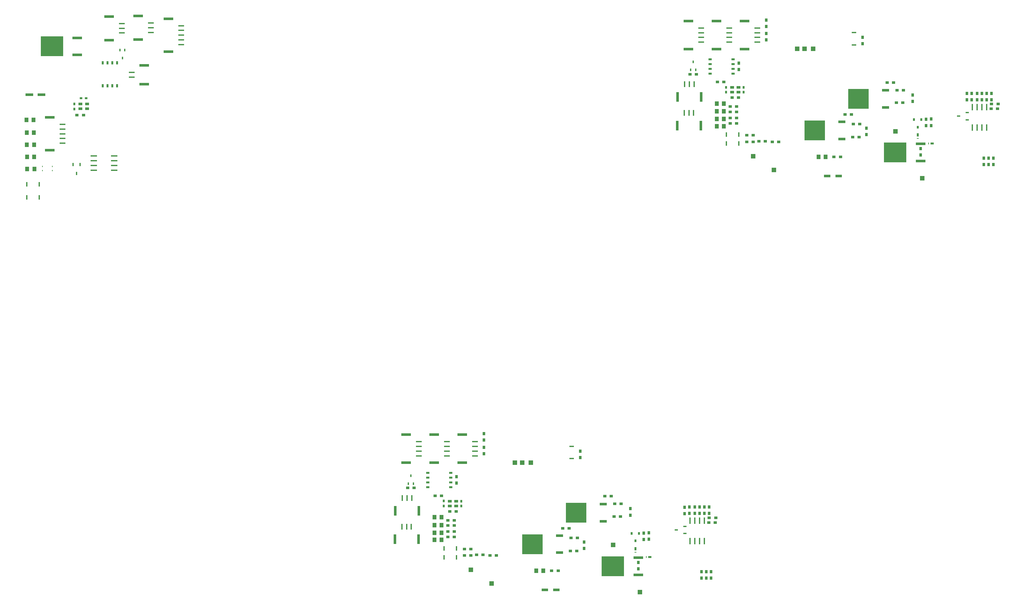
<source format=gbr>
G04 DipTrace 3.2.0.1*
G04 TopPaste.gbr*
%MOIN*%
G04 #@! TF.FileFunction,Paste,Top*
G04 #@! TF.Part,Single*
%ADD61R,0.031496X0.035433*%
%ADD79R,0.015748X0.070866*%
%ADD80R,0.037126X0.022126*%
%ADD81R,0.051181X0.01378*%
%ADD82R,0.033465X0.017717*%
%ADD83R,0.214567X0.21063*%
%ADD84R,0.074803X0.031496*%
%ADD85R,0.023622X0.027559*%
%ADD86R,0.015748X0.059055*%
%ADD87R,0.031496X0.102362*%
%ADD88R,0.019291X0.032874*%
%ADD89R,0.019291X0.007283*%
%ADD90R,0.032874X0.019291*%
%ADD91R,0.007283X0.019291*%
%ADD94R,0.070866X0.031496*%
%ADD95R,0.03937X0.031496*%
%ADD96R,0.003937X0.025591*%
%ADD97R,0.234252X0.21063*%
%ADD98R,0.100394X0.031496*%
%ADD99R,0.022126X0.037126*%
%ADD100R,0.070866X0.015748*%
%ADD101R,0.003937X0.03937*%
%ADD102R,0.03937X0.003937*%
%ADD103R,0.011024X0.014567*%
%ADD104R,0.017717X0.033465*%
%ADD106R,0.003937X0.047244*%
%ADD107R,0.059055X0.015748*%
%ADD108R,0.102362X0.031496*%
%ADD111R,0.043307X0.051181*%
%ADD112R,0.011811X0.025591*%
%ADD113R,0.07874X0.031496*%
%ADD114R,0.027559X0.019685*%
%ADD115R,0.019685X0.027559*%
%ADD116R,0.035433X0.031496*%
%ADD117R,0.01378X0.051181*%
%ADD118R,0.051181X0.051181*%
%FSLAX26Y26*%
G04*
G70*
G90*
G75*
G01*
G04 TopPaste*
%LPD*%
D117*
X1387266Y5199650D3*
X1259314D3*
X1387303Y5065320D3*
X1259350D3*
D115*
X1755923Y6039320D3*
Y5988139D3*
D114*
X1825659Y6101739D3*
X1876840D3*
D113*
X1283815Y6135950D3*
X1409799D3*
D112*
X2282906Y6604226D3*
X2231719D3*
X2257312Y6521549D3*
D111*
X1258665Y5612986D3*
X1333469D3*
X1261175Y5486778D3*
X1335978D3*
X1263098Y5361823D3*
X1337902D3*
X1257287Y5740857D3*
X1332091D3*
X1254564Y5873249D3*
X1329367D3*
D108*
X2422808Y6959206D3*
Y6713143D3*
D107*
X2554698Y6886371D3*
Y6837159D3*
Y6787946D3*
D108*
X2119005Y6953668D3*
Y6707605D3*
D107*
X2250895Y6880833D3*
Y6831621D3*
Y6782408D3*
D108*
X2485457Y6248184D3*
Y6445034D3*
D107*
X2353567Y6321018D3*
Y6370231D3*
D108*
X2739709Y6931085D3*
Y6588566D3*
D107*
X2871598Y6809038D3*
Y6759825D3*
Y6858251D3*
Y6710613D3*
Y6661400D3*
D108*
X1498756Y5900058D3*
Y5557538D3*
D107*
X1630646Y5778010D3*
Y5728798D3*
Y5827223D3*
Y5679585D3*
Y5630373D3*
D106*
X2884012Y6211190D3*
X2903697D3*
X2923382D3*
X2943067D3*
X2962752D3*
Y6384419D3*
X2943067D3*
X2923382D3*
X2903697D3*
X2884012D3*
X2888902Y5691664D3*
X2908587D3*
X2928272D3*
X2947957D3*
X2967642D3*
Y5864892D3*
X2947957D3*
X2928272D3*
X2908587D3*
X2888902D3*
X2889201Y5045958D3*
X2908886D3*
X2928571D3*
X2948256D3*
X2967941D3*
Y5219186D3*
X2948256D3*
X2928571D3*
X2908886D3*
X2889201D3*
D104*
X1815028Y5405671D3*
X1740224D3*
X1777626Y5315119D3*
D116*
X1849920Y5923949D3*
X1782991D3*
D103*
X1422013Y5342865D3*
X1525163D3*
X1422013Y5388534D3*
X1525163D3*
D102*
X2011080Y6005042D3*
Y5985357D3*
Y5965672D3*
Y5945987D3*
Y5926302D3*
Y5906617D3*
Y5886932D3*
Y5867247D3*
Y5847562D3*
Y5827877D3*
Y5808192D3*
Y5788507D3*
Y5768822D3*
Y5749136D3*
Y5729451D3*
Y5709766D3*
D101*
X2089820Y5631026D3*
X2109505D3*
X2129190D3*
X2148875D3*
X2168560D3*
X2188245D3*
X2207930D3*
X2227615D3*
X2247301D3*
X2266986D3*
X2286671D3*
X2306356D3*
X2326041D3*
X2345726D3*
X2365411D3*
X2385096D3*
D102*
X2463836Y5709766D3*
Y5729451D3*
Y5749136D3*
Y5768822D3*
Y5788507D3*
Y5808192D3*
Y5827877D3*
Y5847562D3*
Y5867247D3*
Y5886932D3*
Y5906617D3*
Y5926302D3*
Y5945987D3*
Y5965672D3*
Y5985357D3*
Y6005042D3*
D101*
X2385096Y6083782D3*
X2365411D3*
X2345726D3*
X2326041D3*
X2306356D3*
X2286671D3*
X2266986D3*
X2247301D3*
X2227615D3*
X2207930D3*
X2188245D3*
X2168560D3*
X2148875D3*
X2129190D3*
X2109505D3*
X2089820D3*
D100*
X2170760Y5348209D3*
Y5398209D3*
Y5448209D3*
Y5498209D3*
X1958161D3*
Y5448209D3*
Y5398209D3*
Y5348209D3*
D99*
X2051340Y6230081D3*
X2101340D3*
X2151340D3*
X2201340D3*
Y6470580D3*
X2151340D3*
X2101340D3*
X2051340D3*
D98*
X1784559Y6552429D3*
Y6731957D3*
D97*
X1520780Y6642193D3*
D96*
X2772798Y6252261D3*
X2753113D3*
X2733428D3*
X2713743D3*
Y6130214D3*
X2733428D3*
X2753113D3*
X2772798D3*
X2792810Y5968421D3*
X2773125D3*
X2753440D3*
X2733755D3*
Y5846374D3*
X2753440D3*
X2773125D3*
X2792810D3*
X2735745Y5638703D3*
X2716060D3*
X2696375D3*
X2676690D3*
Y5516656D3*
X2696375D3*
X2716060D3*
X2735745D3*
D95*
X1886505Y5990552D3*
Y6041734D3*
X1819576Y5990552D3*
Y6041734D3*
D61*
X11258345Y5474673D3*
Y5407744D3*
D118*
X10334646Y5754823D3*
D61*
X11358344Y5474673D3*
Y5407744D3*
X11308344Y5474673D3*
Y5407744D3*
D117*
X8696751Y5626245D3*
X8568798D3*
X8696751Y5719986D3*
X8568798D3*
D118*
X8846735Y5495009D3*
X9065462Y5351274D3*
D115*
X8746745Y6213684D3*
Y6162503D3*
X8565514Y6163689D3*
Y6214870D3*
D61*
X9990176Y6736747D3*
Y6669818D3*
X10597883Y5505824D3*
Y5572753D3*
D94*
X9622047Y5286319D3*
X9740157D3*
D61*
X8696751Y6401164D3*
Y6468093D3*
X10513504Y6134091D3*
Y6067161D3*
X10031444Y5786497D3*
Y5719568D3*
X11187281Y6151492D3*
Y6084563D3*
X11337281Y6151492D3*
Y6084563D3*
X11237281Y6151492D3*
Y6084563D3*
D116*
X11335656Y5988993D3*
X11402585D3*
D91*
X10681102Y5628839D3*
D90*
X10716732D3*
D89*
X10567269Y5680449D3*
D88*
Y5716079D3*
D111*
X9605234Y5487106D3*
X9530430D3*
X8541892Y6044951D3*
X8467089D3*
X8541892Y5963710D3*
X8467089D3*
D112*
X8195571Y6396736D3*
X8246757D3*
X8221164Y6479413D3*
D111*
X8541892Y5882469D3*
X8467089D3*
X8541892Y5807476D3*
X8467089D3*
D118*
X10614173Y5262697D3*
D108*
X8465336Y6907361D3*
Y6614054D3*
D107*
X8597226Y6785314D3*
Y6736101D3*
Y6834526D3*
Y6686888D3*
D108*
X8759055Y6907361D3*
Y6614054D3*
D107*
X8890945Y6785314D3*
Y6736101D3*
Y6834526D3*
Y6686888D3*
D87*
X8059454Y6113668D3*
X8305517D3*
D86*
X8132289Y6245558D3*
X8181501D3*
X8230714D3*
X8132289D3*
D108*
X8171617Y6907361D3*
Y6614054D3*
D107*
X8303507Y6785314D3*
Y6736101D3*
Y6834526D3*
Y6686888D3*
D87*
X8055118Y5813878D3*
X8301181D3*
D86*
X8127953Y5945768D3*
X8177165D3*
X8226378D3*
X8127953D3*
D85*
X10566929Y5798130D3*
X10529528Y5876870D3*
X10604331D3*
D84*
X9775220Y5674009D3*
Y5853537D3*
D83*
X9489787Y5763773D3*
D84*
X10232283Y6002854D3*
Y6182382D3*
D83*
X9946850Y6092618D3*
D82*
X11084969Y5875067D3*
Y5949870D3*
X10994417Y5912469D3*
D116*
X8628008Y6106757D3*
X8694937D3*
D61*
X10709356Y5882219D3*
Y5815290D3*
X10653828Y5879243D3*
Y5812314D3*
D116*
X9692913Y5487106D3*
X9759843D3*
X8909228Y5651243D3*
X8976157D3*
X9115457Y5644993D3*
X9048528D3*
D61*
X8984031Y6851117D3*
Y6918046D3*
Y6776125D3*
Y6709196D3*
D116*
X8475694Y6269919D3*
X8542623D3*
X8676129Y6013705D3*
X8609199D3*
X8676129Y5957461D3*
X8609199D3*
X8254825Y6351168D3*
X8187896D3*
X8676129Y5894967D3*
X8609199D3*
X8676129Y5838723D3*
X8609199D3*
X8846735Y5713736D3*
X8779806D3*
X8846735Y5644993D3*
X8779806D3*
X9887709Y5692757D3*
X9954638D3*
X9893958Y5830243D3*
X9960887D3*
X10352835Y6184085D3*
X10419764D3*
X9875210Y5930232D3*
X9808281D3*
X10313525Y6265327D3*
X10246596D3*
X11339593Y6038993D3*
X11406522D3*
D61*
X11287281Y6151492D3*
Y6084563D3*
X11081030Y6082744D3*
Y6149673D3*
X11131030Y6151492D3*
Y6084563D3*
D116*
X10344772Y6052849D3*
X10411701D3*
D118*
X9307087Y6617028D3*
X9385827D3*
D81*
X9902685Y6786741D3*
Y6658789D3*
D118*
X9476378Y6617028D3*
D102*
X8840486Y6119944D3*
Y6100259D3*
Y6080573D3*
Y6060888D3*
Y6041203D3*
Y6021518D3*
Y6001833D3*
Y5982148D3*
Y5962463D3*
Y5942778D3*
Y5923093D3*
Y5903408D3*
Y5883723D3*
Y5864038D3*
Y5844353D3*
Y5824668D3*
D101*
X8919226Y5745928D3*
X8938911D3*
X8958596D3*
X8978281D3*
X8997966D3*
X9017651D3*
X9037336D3*
X9057021D3*
X9076706D3*
X9096391D3*
X9116076D3*
X9135761D3*
X9155446D3*
X9175131D3*
X9194816D3*
X9214501D3*
D102*
X9293241Y5824668D3*
Y5844353D3*
Y5864038D3*
Y5883723D3*
Y5903408D3*
Y5923093D3*
Y5942778D3*
Y5962463D3*
Y5982148D3*
Y6001833D3*
Y6021518D3*
Y6041203D3*
Y6060888D3*
Y6080573D3*
Y6100259D3*
Y6119944D3*
D101*
X9214501Y6198684D3*
X9194816D3*
X9175131D3*
X9155446D3*
X9135761D3*
X9116076D3*
X9096391D3*
X9076706D3*
X9057021D3*
X9037336D3*
X9017651D3*
X8997966D3*
X8978281D3*
X8958596D3*
X8938911D3*
X8919226D3*
D98*
X10596541Y5443619D3*
Y5623147D3*
D97*
X10332761Y5533383D3*
D80*
X8638194Y6357419D3*
Y6407419D3*
Y6457419D3*
Y6507419D3*
X8397696D3*
Y6457419D3*
Y6407419D3*
Y6357419D3*
D79*
X11289594Y6007743D3*
X11239594D3*
X11189594D3*
X11139594D3*
Y5795144D3*
X11189594D3*
X11239594D3*
X11289594D3*
D95*
X8628008Y6213684D3*
Y6162503D3*
X8694937Y6213684D3*
Y6162503D3*
D61*
X8308345Y1149673D3*
Y1082744D3*
D118*
X7384646Y1429823D3*
D61*
X8408344Y1149673D3*
Y1082744D3*
X8358344Y1149673D3*
Y1082744D3*
D117*
X5746751Y1301245D3*
X5618798D3*
X5746751Y1394986D3*
X5618798D3*
D118*
X5896735Y1170009D3*
X6115462Y1026274D3*
D115*
X5796745Y1888684D3*
Y1837503D3*
X5615514Y1838689D3*
Y1889870D3*
D61*
X7040176Y2411747D3*
Y2344818D3*
X7647883Y1180824D3*
Y1247753D3*
D94*
X6672047Y961319D3*
X6790157D3*
D61*
X5746751Y2076164D3*
Y2143093D3*
X7563504Y1809091D3*
Y1742161D3*
X7081444Y1461497D3*
Y1394568D3*
X8237281Y1826492D3*
Y1759563D3*
X8387281Y1826492D3*
Y1759563D3*
X8287281Y1826492D3*
Y1759563D3*
D116*
X8385656Y1663993D3*
X8452585D3*
D91*
X7731102Y1303839D3*
D90*
X7766732D3*
D89*
X7617269Y1355449D3*
D88*
Y1391079D3*
D111*
X6655234Y1162106D3*
X6580430D3*
X5591892Y1719951D3*
X5517089D3*
X5591892Y1638710D3*
X5517089D3*
D112*
X5245571Y2071736D3*
X5296757D3*
X5271164Y2154413D3*
D111*
X5591892Y1557469D3*
X5517089D3*
X5591892Y1482476D3*
X5517089D3*
D118*
X7664173Y937697D3*
D108*
X5515336Y2582361D3*
Y2289054D3*
D107*
X5647226Y2460314D3*
Y2411101D3*
Y2509526D3*
Y2361888D3*
D108*
X5809055Y2582361D3*
Y2289054D3*
D107*
X5940945Y2460314D3*
Y2411101D3*
Y2509526D3*
Y2361888D3*
D87*
X5109454Y1788668D3*
X5355517D3*
D86*
X5182289Y1920558D3*
X5231501D3*
X5280714D3*
X5182289D3*
D108*
X5221617Y2582361D3*
Y2289054D3*
D107*
X5353507Y2460314D3*
Y2411101D3*
Y2509526D3*
Y2361888D3*
D87*
X5105118Y1488878D3*
X5351181D3*
D86*
X5177953Y1620768D3*
X5227165D3*
X5276378D3*
X5177953D3*
D85*
X7616929Y1473130D3*
X7579528Y1551870D3*
X7654331D3*
D84*
X6825220Y1349009D3*
Y1528537D3*
D83*
X6539787Y1438773D3*
D84*
X7282283Y1677854D3*
Y1857382D3*
D83*
X6996850Y1767618D3*
D82*
X8134969Y1550067D3*
Y1624870D3*
X8044417Y1587469D3*
D116*
X5678008Y1781757D3*
X5744937D3*
D61*
X7759356Y1557219D3*
Y1490290D3*
X7703828Y1554243D3*
Y1487314D3*
D116*
X6742913Y1162106D3*
X6809843D3*
X5959228Y1326243D3*
X6026157D3*
X6165457Y1319993D3*
X6098528D3*
D61*
X6034031Y2526117D3*
Y2593046D3*
Y2451125D3*
Y2384196D3*
D116*
X5525694Y1944919D3*
X5592623D3*
X5726129Y1688705D3*
X5659199D3*
X5726129Y1632461D3*
X5659199D3*
X5304825Y2026168D3*
X5237896D3*
X5726129Y1569967D3*
X5659199D3*
X5726129Y1513723D3*
X5659199D3*
X5896735Y1388736D3*
X5829806D3*
X5896735Y1319993D3*
X5829806D3*
X6937709Y1367757D3*
X7004638D3*
X6943958Y1505243D3*
X7010887D3*
X7402835Y1859085D3*
X7469764D3*
X6925210Y1605232D3*
X6858281D3*
X7363525Y1940327D3*
X7296596D3*
X8389593Y1713993D3*
X8456522D3*
D61*
X8337281Y1826492D3*
Y1759563D3*
X8131030Y1757744D3*
Y1824673D3*
X8181030Y1826492D3*
Y1759563D3*
D116*
X7394772Y1727849D3*
X7461701D3*
D118*
X6357087Y2292028D3*
X6435827D3*
D81*
X6952685Y2461741D3*
Y2333789D3*
D118*
X6526378Y2292028D3*
D102*
X5890486Y1794944D3*
Y1775259D3*
Y1755573D3*
Y1735888D3*
Y1716203D3*
Y1696518D3*
Y1676833D3*
Y1657148D3*
Y1637463D3*
Y1617778D3*
Y1598093D3*
Y1578408D3*
Y1558723D3*
Y1539038D3*
Y1519353D3*
Y1499668D3*
D101*
X5969226Y1420928D3*
X5988911D3*
X6008596D3*
X6028281D3*
X6047966D3*
X6067651D3*
X6087336D3*
X6107021D3*
X6126706D3*
X6146391D3*
X6166076D3*
X6185761D3*
X6205446D3*
X6225131D3*
X6244816D3*
X6264501D3*
D102*
X6343241Y1499668D3*
Y1519353D3*
Y1539038D3*
Y1558723D3*
Y1578408D3*
Y1598093D3*
Y1617778D3*
Y1637463D3*
Y1657148D3*
Y1676833D3*
Y1696518D3*
Y1716203D3*
Y1735888D3*
Y1755573D3*
Y1775259D3*
Y1794944D3*
D101*
X6264501Y1873684D3*
X6244816D3*
X6225131D3*
X6205446D3*
X6185761D3*
X6166076D3*
X6146391D3*
X6126706D3*
X6107021D3*
X6087336D3*
X6067651D3*
X6047966D3*
X6028281D3*
X6008596D3*
X5988911D3*
X5969226D3*
D98*
X7646541Y1118619D3*
Y1298147D3*
D97*
X7382761Y1208383D3*
D80*
X5688194Y2032419D3*
Y2082419D3*
Y2132419D3*
Y2182419D3*
X5447696D3*
Y2132419D3*
Y2082419D3*
Y2032419D3*
D79*
X8339594Y1682743D3*
X8289594D3*
X8239594D3*
X8189594D3*
Y1470144D3*
X8239594D3*
X8289594D3*
X8339594D3*
D95*
X5678008Y1888684D3*
Y1837503D3*
X5744937Y1888684D3*
Y1837503D3*
M02*

</source>
